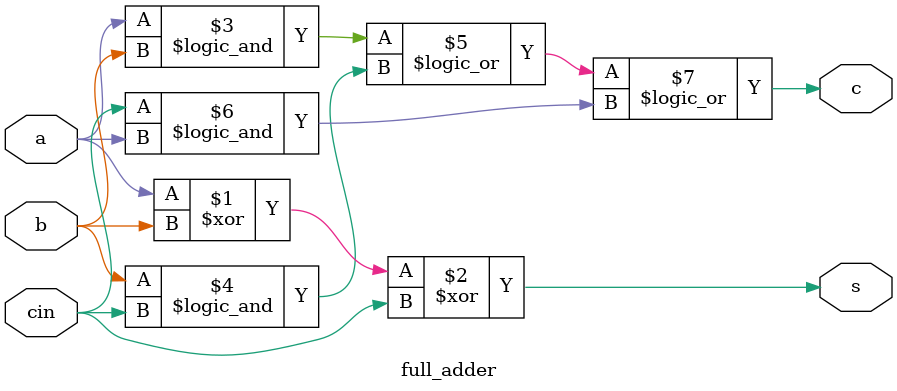
<source format=sv>
module full_adder(a,b,cin,s,c);
	input wire a,b,cin;
	output s,c;

	assign s = a ^ b ^ cin;
	assign c = (a&&b) || (b&&cin) || (cin&&a); 
endmodule

</source>
